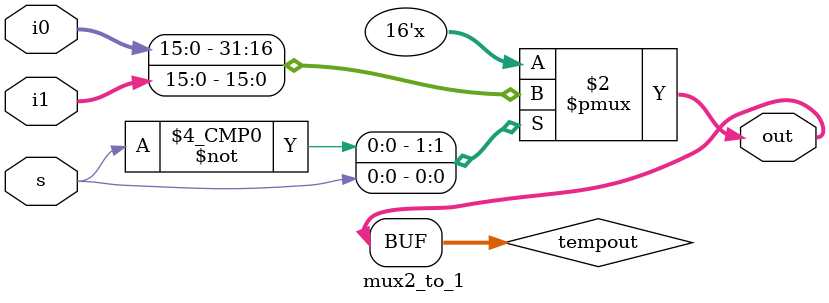
<source format=v>


// module for test bench
module stimulus;

	// Declare variables to be connected to inputs
	reg [15:0] in0;
	reg [15:0] in1;
	reg s;
	
	// Declare output wire
	wire [15:0]out;
	
	// Instantiate the multiplexer
	mux2_to_1 mux(out, in0, in1, s);
	
	// Stimulate the inputs
	// Define the stimulus module (no ports)
	initial
	begin
		// set input lines
		in0 = 16'b1; in1 = 16'b0;
		#1 $display("in0= %b, in1= %b\n",in0,in1);
		// choose in0
		s = 0;
		#1 $display("s = %b, out = %b \n", s, out);
		// choose in1
		s = 1;
		#1 $display("s = %b, out = %b \n", s,out);
		
	end
	
endmodule


// Module 2-to-1 multiplexer.
module mux2_to_1 (out, i0, i1, s);
	
	// Port declarations from the I/O diagram
	output [15:0]out;
	input  [15:0]i0;
	input  [15:0]i1;
	input s;

	reg [15:0]tempout;
	
	always @(s,i0,i1)
	begin	
	
		case (s)
			1'b0 : tempout = i0;
			1'b1 : tempout = i1;
			default : $display("Invalid signal");	
		endcase
	
	end	
	
	assign out=tempout;
	
endmodule




</source>
